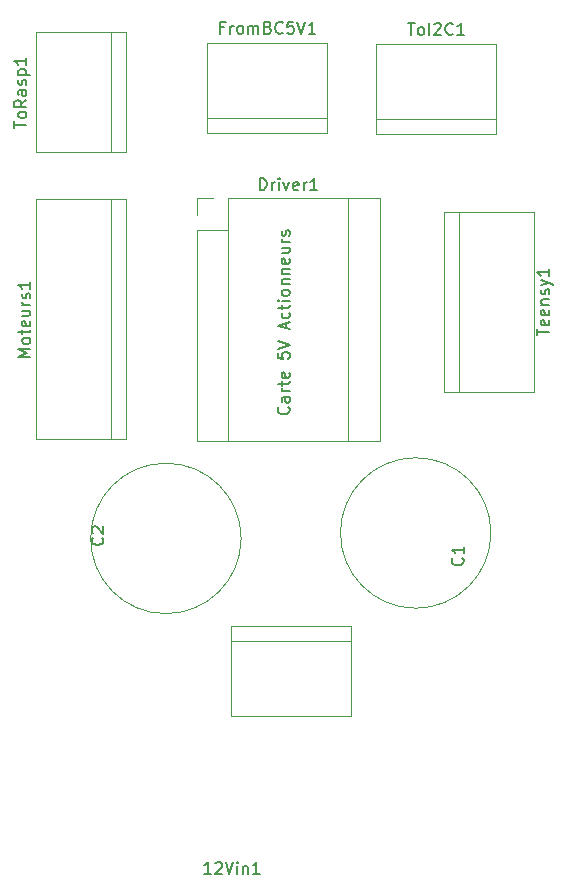
<source format=gbr>
%TF.GenerationSoftware,KiCad,Pcbnew,8.0.5*%
%TF.CreationDate,2025-02-26T19:01:25+01:00*%
%TF.ProjectId,carte 5V,63617274-6520-4355-962e-6b696361645f,rev?*%
%TF.SameCoordinates,Original*%
%TF.FileFunction,Legend,Top*%
%TF.FilePolarity,Positive*%
%FSLAX46Y46*%
G04 Gerber Fmt 4.6, Leading zero omitted, Abs format (unit mm)*
G04 Created by KiCad (PCBNEW 8.0.5) date 2025-02-26 19:01:25*
%MOMM*%
%LPD*%
G01*
G04 APERTURE LIST*
%ADD10C,0.150000*%
%ADD11C,0.120000*%
G04 APERTURE END LIST*
D10*
X175024580Y-86391792D02*
X175072200Y-86439411D01*
X175072200Y-86439411D02*
X175119819Y-86582268D01*
X175119819Y-86582268D02*
X175119819Y-86677506D01*
X175119819Y-86677506D02*
X175072200Y-86820363D01*
X175072200Y-86820363D02*
X174976961Y-86915601D01*
X174976961Y-86915601D02*
X174881723Y-86963220D01*
X174881723Y-86963220D02*
X174691247Y-87010839D01*
X174691247Y-87010839D02*
X174548390Y-87010839D01*
X174548390Y-87010839D02*
X174357914Y-86963220D01*
X174357914Y-86963220D02*
X174262676Y-86915601D01*
X174262676Y-86915601D02*
X174167438Y-86820363D01*
X174167438Y-86820363D02*
X174119819Y-86677506D01*
X174119819Y-86677506D02*
X174119819Y-86582268D01*
X174119819Y-86582268D02*
X174167438Y-86439411D01*
X174167438Y-86439411D02*
X174215057Y-86391792D01*
X175119819Y-85534649D02*
X174596009Y-85534649D01*
X174596009Y-85534649D02*
X174500771Y-85582268D01*
X174500771Y-85582268D02*
X174453152Y-85677506D01*
X174453152Y-85677506D02*
X174453152Y-85867982D01*
X174453152Y-85867982D02*
X174500771Y-85963220D01*
X175072200Y-85534649D02*
X175119819Y-85629887D01*
X175119819Y-85629887D02*
X175119819Y-85867982D01*
X175119819Y-85867982D02*
X175072200Y-85963220D01*
X175072200Y-85963220D02*
X174976961Y-86010839D01*
X174976961Y-86010839D02*
X174881723Y-86010839D01*
X174881723Y-86010839D02*
X174786485Y-85963220D01*
X174786485Y-85963220D02*
X174738866Y-85867982D01*
X174738866Y-85867982D02*
X174738866Y-85629887D01*
X174738866Y-85629887D02*
X174691247Y-85534649D01*
X175119819Y-85058458D02*
X174453152Y-85058458D01*
X174643628Y-85058458D02*
X174548390Y-85010839D01*
X174548390Y-85010839D02*
X174500771Y-84963220D01*
X174500771Y-84963220D02*
X174453152Y-84867982D01*
X174453152Y-84867982D02*
X174453152Y-84772744D01*
X174453152Y-84582267D02*
X174453152Y-84201315D01*
X174119819Y-84439410D02*
X174976961Y-84439410D01*
X174976961Y-84439410D02*
X175072200Y-84391791D01*
X175072200Y-84391791D02*
X175119819Y-84296553D01*
X175119819Y-84296553D02*
X175119819Y-84201315D01*
X175072200Y-83487029D02*
X175119819Y-83582267D01*
X175119819Y-83582267D02*
X175119819Y-83772743D01*
X175119819Y-83772743D02*
X175072200Y-83867981D01*
X175072200Y-83867981D02*
X174976961Y-83915600D01*
X174976961Y-83915600D02*
X174596009Y-83915600D01*
X174596009Y-83915600D02*
X174500771Y-83867981D01*
X174500771Y-83867981D02*
X174453152Y-83772743D01*
X174453152Y-83772743D02*
X174453152Y-83582267D01*
X174453152Y-83582267D02*
X174500771Y-83487029D01*
X174500771Y-83487029D02*
X174596009Y-83439410D01*
X174596009Y-83439410D02*
X174691247Y-83439410D01*
X174691247Y-83439410D02*
X174786485Y-83915600D01*
X174119819Y-81772743D02*
X174119819Y-82248933D01*
X174119819Y-82248933D02*
X174596009Y-82296552D01*
X174596009Y-82296552D02*
X174548390Y-82248933D01*
X174548390Y-82248933D02*
X174500771Y-82153695D01*
X174500771Y-82153695D02*
X174500771Y-81915600D01*
X174500771Y-81915600D02*
X174548390Y-81820362D01*
X174548390Y-81820362D02*
X174596009Y-81772743D01*
X174596009Y-81772743D02*
X174691247Y-81725124D01*
X174691247Y-81725124D02*
X174929342Y-81725124D01*
X174929342Y-81725124D02*
X175024580Y-81772743D01*
X175024580Y-81772743D02*
X175072200Y-81820362D01*
X175072200Y-81820362D02*
X175119819Y-81915600D01*
X175119819Y-81915600D02*
X175119819Y-82153695D01*
X175119819Y-82153695D02*
X175072200Y-82248933D01*
X175072200Y-82248933D02*
X175024580Y-82296552D01*
X174119819Y-81439409D02*
X175119819Y-81106076D01*
X175119819Y-81106076D02*
X174119819Y-80772743D01*
X174834104Y-79725123D02*
X174834104Y-79248933D01*
X175119819Y-79820361D02*
X174119819Y-79487028D01*
X174119819Y-79487028D02*
X175119819Y-79153695D01*
X175072200Y-78391790D02*
X175119819Y-78487028D01*
X175119819Y-78487028D02*
X175119819Y-78677504D01*
X175119819Y-78677504D02*
X175072200Y-78772742D01*
X175072200Y-78772742D02*
X175024580Y-78820361D01*
X175024580Y-78820361D02*
X174929342Y-78867980D01*
X174929342Y-78867980D02*
X174643628Y-78867980D01*
X174643628Y-78867980D02*
X174548390Y-78820361D01*
X174548390Y-78820361D02*
X174500771Y-78772742D01*
X174500771Y-78772742D02*
X174453152Y-78677504D01*
X174453152Y-78677504D02*
X174453152Y-78487028D01*
X174453152Y-78487028D02*
X174500771Y-78391790D01*
X174453152Y-78106075D02*
X174453152Y-77725123D01*
X174119819Y-77963218D02*
X174976961Y-77963218D01*
X174976961Y-77963218D02*
X175072200Y-77915599D01*
X175072200Y-77915599D02*
X175119819Y-77820361D01*
X175119819Y-77820361D02*
X175119819Y-77725123D01*
X175119819Y-77391789D02*
X174453152Y-77391789D01*
X174119819Y-77391789D02*
X174167438Y-77439408D01*
X174167438Y-77439408D02*
X174215057Y-77391789D01*
X174215057Y-77391789D02*
X174167438Y-77344170D01*
X174167438Y-77344170D02*
X174119819Y-77391789D01*
X174119819Y-77391789D02*
X174215057Y-77391789D01*
X175119819Y-76772742D02*
X175072200Y-76867980D01*
X175072200Y-76867980D02*
X175024580Y-76915599D01*
X175024580Y-76915599D02*
X174929342Y-76963218D01*
X174929342Y-76963218D02*
X174643628Y-76963218D01*
X174643628Y-76963218D02*
X174548390Y-76915599D01*
X174548390Y-76915599D02*
X174500771Y-76867980D01*
X174500771Y-76867980D02*
X174453152Y-76772742D01*
X174453152Y-76772742D02*
X174453152Y-76629885D01*
X174453152Y-76629885D02*
X174500771Y-76534647D01*
X174500771Y-76534647D02*
X174548390Y-76487028D01*
X174548390Y-76487028D02*
X174643628Y-76439409D01*
X174643628Y-76439409D02*
X174929342Y-76439409D01*
X174929342Y-76439409D02*
X175024580Y-76487028D01*
X175024580Y-76487028D02*
X175072200Y-76534647D01*
X175072200Y-76534647D02*
X175119819Y-76629885D01*
X175119819Y-76629885D02*
X175119819Y-76772742D01*
X174453152Y-76010837D02*
X175119819Y-76010837D01*
X174548390Y-76010837D02*
X174500771Y-75963218D01*
X174500771Y-75963218D02*
X174453152Y-75867980D01*
X174453152Y-75867980D02*
X174453152Y-75725123D01*
X174453152Y-75725123D02*
X174500771Y-75629885D01*
X174500771Y-75629885D02*
X174596009Y-75582266D01*
X174596009Y-75582266D02*
X175119819Y-75582266D01*
X174453152Y-75106075D02*
X175119819Y-75106075D01*
X174548390Y-75106075D02*
X174500771Y-75058456D01*
X174500771Y-75058456D02*
X174453152Y-74963218D01*
X174453152Y-74963218D02*
X174453152Y-74820361D01*
X174453152Y-74820361D02*
X174500771Y-74725123D01*
X174500771Y-74725123D02*
X174596009Y-74677504D01*
X174596009Y-74677504D02*
X175119819Y-74677504D01*
X175072200Y-73820361D02*
X175119819Y-73915599D01*
X175119819Y-73915599D02*
X175119819Y-74106075D01*
X175119819Y-74106075D02*
X175072200Y-74201313D01*
X175072200Y-74201313D02*
X174976961Y-74248932D01*
X174976961Y-74248932D02*
X174596009Y-74248932D01*
X174596009Y-74248932D02*
X174500771Y-74201313D01*
X174500771Y-74201313D02*
X174453152Y-74106075D01*
X174453152Y-74106075D02*
X174453152Y-73915599D01*
X174453152Y-73915599D02*
X174500771Y-73820361D01*
X174500771Y-73820361D02*
X174596009Y-73772742D01*
X174596009Y-73772742D02*
X174691247Y-73772742D01*
X174691247Y-73772742D02*
X174786485Y-74248932D01*
X174453152Y-72915599D02*
X175119819Y-72915599D01*
X174453152Y-73344170D02*
X174976961Y-73344170D01*
X174976961Y-73344170D02*
X175072200Y-73296551D01*
X175072200Y-73296551D02*
X175119819Y-73201313D01*
X175119819Y-73201313D02*
X175119819Y-73058456D01*
X175119819Y-73058456D02*
X175072200Y-72963218D01*
X175072200Y-72963218D02*
X175024580Y-72915599D01*
X175119819Y-72439408D02*
X174453152Y-72439408D01*
X174643628Y-72439408D02*
X174548390Y-72391789D01*
X174548390Y-72391789D02*
X174500771Y-72344170D01*
X174500771Y-72344170D02*
X174453152Y-72248932D01*
X174453152Y-72248932D02*
X174453152Y-72153694D01*
X175072200Y-71867979D02*
X175119819Y-71772741D01*
X175119819Y-71772741D02*
X175119819Y-71582265D01*
X175119819Y-71582265D02*
X175072200Y-71487027D01*
X175072200Y-71487027D02*
X174976961Y-71439408D01*
X174976961Y-71439408D02*
X174929342Y-71439408D01*
X174929342Y-71439408D02*
X174834104Y-71487027D01*
X174834104Y-71487027D02*
X174786485Y-71582265D01*
X174786485Y-71582265D02*
X174786485Y-71725122D01*
X174786485Y-71725122D02*
X174738866Y-71820360D01*
X174738866Y-71820360D02*
X174643628Y-71867979D01*
X174643628Y-71867979D02*
X174596009Y-71867979D01*
X174596009Y-71867979D02*
X174500771Y-71820360D01*
X174500771Y-71820360D02*
X174453152Y-71725122D01*
X174453152Y-71725122D02*
X174453152Y-71582265D01*
X174453152Y-71582265D02*
X174500771Y-71487027D01*
X185131429Y-53874819D02*
X185702857Y-53874819D01*
X185417143Y-54874819D02*
X185417143Y-53874819D01*
X186179048Y-54874819D02*
X186083810Y-54827200D01*
X186083810Y-54827200D02*
X186036191Y-54779580D01*
X186036191Y-54779580D02*
X185988572Y-54684342D01*
X185988572Y-54684342D02*
X185988572Y-54398628D01*
X185988572Y-54398628D02*
X186036191Y-54303390D01*
X186036191Y-54303390D02*
X186083810Y-54255771D01*
X186083810Y-54255771D02*
X186179048Y-54208152D01*
X186179048Y-54208152D02*
X186321905Y-54208152D01*
X186321905Y-54208152D02*
X186417143Y-54255771D01*
X186417143Y-54255771D02*
X186464762Y-54303390D01*
X186464762Y-54303390D02*
X186512381Y-54398628D01*
X186512381Y-54398628D02*
X186512381Y-54684342D01*
X186512381Y-54684342D02*
X186464762Y-54779580D01*
X186464762Y-54779580D02*
X186417143Y-54827200D01*
X186417143Y-54827200D02*
X186321905Y-54874819D01*
X186321905Y-54874819D02*
X186179048Y-54874819D01*
X186940953Y-54874819D02*
X186940953Y-53874819D01*
X187369524Y-53970057D02*
X187417143Y-53922438D01*
X187417143Y-53922438D02*
X187512381Y-53874819D01*
X187512381Y-53874819D02*
X187750476Y-53874819D01*
X187750476Y-53874819D02*
X187845714Y-53922438D01*
X187845714Y-53922438D02*
X187893333Y-53970057D01*
X187893333Y-53970057D02*
X187940952Y-54065295D01*
X187940952Y-54065295D02*
X187940952Y-54160533D01*
X187940952Y-54160533D02*
X187893333Y-54303390D01*
X187893333Y-54303390D02*
X187321905Y-54874819D01*
X187321905Y-54874819D02*
X187940952Y-54874819D01*
X188940952Y-54779580D02*
X188893333Y-54827200D01*
X188893333Y-54827200D02*
X188750476Y-54874819D01*
X188750476Y-54874819D02*
X188655238Y-54874819D01*
X188655238Y-54874819D02*
X188512381Y-54827200D01*
X188512381Y-54827200D02*
X188417143Y-54731961D01*
X188417143Y-54731961D02*
X188369524Y-54636723D01*
X188369524Y-54636723D02*
X188321905Y-54446247D01*
X188321905Y-54446247D02*
X188321905Y-54303390D01*
X188321905Y-54303390D02*
X188369524Y-54112914D01*
X188369524Y-54112914D02*
X188417143Y-54017676D01*
X188417143Y-54017676D02*
X188512381Y-53922438D01*
X188512381Y-53922438D02*
X188655238Y-53874819D01*
X188655238Y-53874819D02*
X188750476Y-53874819D01*
X188750476Y-53874819D02*
X188893333Y-53922438D01*
X188893333Y-53922438D02*
X188940952Y-53970057D01*
X189893333Y-54874819D02*
X189321905Y-54874819D01*
X189607619Y-54874819D02*
X189607619Y-53874819D01*
X189607619Y-53874819D02*
X189512381Y-54017676D01*
X189512381Y-54017676D02*
X189417143Y-54112914D01*
X189417143Y-54112914D02*
X189321905Y-54160533D01*
X151824819Y-62773809D02*
X151824819Y-62202381D01*
X152824819Y-62488095D02*
X151824819Y-62488095D01*
X152824819Y-61726190D02*
X152777200Y-61821428D01*
X152777200Y-61821428D02*
X152729580Y-61869047D01*
X152729580Y-61869047D02*
X152634342Y-61916666D01*
X152634342Y-61916666D02*
X152348628Y-61916666D01*
X152348628Y-61916666D02*
X152253390Y-61869047D01*
X152253390Y-61869047D02*
X152205771Y-61821428D01*
X152205771Y-61821428D02*
X152158152Y-61726190D01*
X152158152Y-61726190D02*
X152158152Y-61583333D01*
X152158152Y-61583333D02*
X152205771Y-61488095D01*
X152205771Y-61488095D02*
X152253390Y-61440476D01*
X152253390Y-61440476D02*
X152348628Y-61392857D01*
X152348628Y-61392857D02*
X152634342Y-61392857D01*
X152634342Y-61392857D02*
X152729580Y-61440476D01*
X152729580Y-61440476D02*
X152777200Y-61488095D01*
X152777200Y-61488095D02*
X152824819Y-61583333D01*
X152824819Y-61583333D02*
X152824819Y-61726190D01*
X152824819Y-60392857D02*
X152348628Y-60726190D01*
X152824819Y-60964285D02*
X151824819Y-60964285D01*
X151824819Y-60964285D02*
X151824819Y-60583333D01*
X151824819Y-60583333D02*
X151872438Y-60488095D01*
X151872438Y-60488095D02*
X151920057Y-60440476D01*
X151920057Y-60440476D02*
X152015295Y-60392857D01*
X152015295Y-60392857D02*
X152158152Y-60392857D01*
X152158152Y-60392857D02*
X152253390Y-60440476D01*
X152253390Y-60440476D02*
X152301009Y-60488095D01*
X152301009Y-60488095D02*
X152348628Y-60583333D01*
X152348628Y-60583333D02*
X152348628Y-60964285D01*
X152824819Y-59535714D02*
X152301009Y-59535714D01*
X152301009Y-59535714D02*
X152205771Y-59583333D01*
X152205771Y-59583333D02*
X152158152Y-59678571D01*
X152158152Y-59678571D02*
X152158152Y-59869047D01*
X152158152Y-59869047D02*
X152205771Y-59964285D01*
X152777200Y-59535714D02*
X152824819Y-59630952D01*
X152824819Y-59630952D02*
X152824819Y-59869047D01*
X152824819Y-59869047D02*
X152777200Y-59964285D01*
X152777200Y-59964285D02*
X152681961Y-60011904D01*
X152681961Y-60011904D02*
X152586723Y-60011904D01*
X152586723Y-60011904D02*
X152491485Y-59964285D01*
X152491485Y-59964285D02*
X152443866Y-59869047D01*
X152443866Y-59869047D02*
X152443866Y-59630952D01*
X152443866Y-59630952D02*
X152396247Y-59535714D01*
X152777200Y-59107142D02*
X152824819Y-59011904D01*
X152824819Y-59011904D02*
X152824819Y-58821428D01*
X152824819Y-58821428D02*
X152777200Y-58726190D01*
X152777200Y-58726190D02*
X152681961Y-58678571D01*
X152681961Y-58678571D02*
X152634342Y-58678571D01*
X152634342Y-58678571D02*
X152539104Y-58726190D01*
X152539104Y-58726190D02*
X152491485Y-58821428D01*
X152491485Y-58821428D02*
X152491485Y-58964285D01*
X152491485Y-58964285D02*
X152443866Y-59059523D01*
X152443866Y-59059523D02*
X152348628Y-59107142D01*
X152348628Y-59107142D02*
X152301009Y-59107142D01*
X152301009Y-59107142D02*
X152205771Y-59059523D01*
X152205771Y-59059523D02*
X152158152Y-58964285D01*
X152158152Y-58964285D02*
X152158152Y-58821428D01*
X152158152Y-58821428D02*
X152205771Y-58726190D01*
X152158152Y-58249999D02*
X153158152Y-58249999D01*
X152205771Y-58249999D02*
X152158152Y-58154761D01*
X152158152Y-58154761D02*
X152158152Y-57964285D01*
X152158152Y-57964285D02*
X152205771Y-57869047D01*
X152205771Y-57869047D02*
X152253390Y-57821428D01*
X152253390Y-57821428D02*
X152348628Y-57773809D01*
X152348628Y-57773809D02*
X152634342Y-57773809D01*
X152634342Y-57773809D02*
X152729580Y-57821428D01*
X152729580Y-57821428D02*
X152777200Y-57869047D01*
X152777200Y-57869047D02*
X152824819Y-57964285D01*
X152824819Y-57964285D02*
X152824819Y-58154761D01*
X152824819Y-58154761D02*
X152777200Y-58249999D01*
X152824819Y-56821428D02*
X152824819Y-57392856D01*
X152824819Y-57107142D02*
X151824819Y-57107142D01*
X151824819Y-57107142D02*
X151967676Y-57202380D01*
X151967676Y-57202380D02*
X152062914Y-57297618D01*
X152062914Y-57297618D02*
X152110533Y-57392856D01*
X196104819Y-80327142D02*
X196104819Y-79755714D01*
X197104819Y-80041428D02*
X196104819Y-80041428D01*
X197057200Y-79041428D02*
X197104819Y-79136666D01*
X197104819Y-79136666D02*
X197104819Y-79327142D01*
X197104819Y-79327142D02*
X197057200Y-79422380D01*
X197057200Y-79422380D02*
X196961961Y-79469999D01*
X196961961Y-79469999D02*
X196581009Y-79469999D01*
X196581009Y-79469999D02*
X196485771Y-79422380D01*
X196485771Y-79422380D02*
X196438152Y-79327142D01*
X196438152Y-79327142D02*
X196438152Y-79136666D01*
X196438152Y-79136666D02*
X196485771Y-79041428D01*
X196485771Y-79041428D02*
X196581009Y-78993809D01*
X196581009Y-78993809D02*
X196676247Y-78993809D01*
X196676247Y-78993809D02*
X196771485Y-79469999D01*
X197057200Y-78184285D02*
X197104819Y-78279523D01*
X197104819Y-78279523D02*
X197104819Y-78469999D01*
X197104819Y-78469999D02*
X197057200Y-78565237D01*
X197057200Y-78565237D02*
X196961961Y-78612856D01*
X196961961Y-78612856D02*
X196581009Y-78612856D01*
X196581009Y-78612856D02*
X196485771Y-78565237D01*
X196485771Y-78565237D02*
X196438152Y-78469999D01*
X196438152Y-78469999D02*
X196438152Y-78279523D01*
X196438152Y-78279523D02*
X196485771Y-78184285D01*
X196485771Y-78184285D02*
X196581009Y-78136666D01*
X196581009Y-78136666D02*
X196676247Y-78136666D01*
X196676247Y-78136666D02*
X196771485Y-78612856D01*
X196438152Y-77708094D02*
X197104819Y-77708094D01*
X196533390Y-77708094D02*
X196485771Y-77660475D01*
X196485771Y-77660475D02*
X196438152Y-77565237D01*
X196438152Y-77565237D02*
X196438152Y-77422380D01*
X196438152Y-77422380D02*
X196485771Y-77327142D01*
X196485771Y-77327142D02*
X196581009Y-77279523D01*
X196581009Y-77279523D02*
X197104819Y-77279523D01*
X197057200Y-76850951D02*
X197104819Y-76755713D01*
X197104819Y-76755713D02*
X197104819Y-76565237D01*
X197104819Y-76565237D02*
X197057200Y-76469999D01*
X197057200Y-76469999D02*
X196961961Y-76422380D01*
X196961961Y-76422380D02*
X196914342Y-76422380D01*
X196914342Y-76422380D02*
X196819104Y-76469999D01*
X196819104Y-76469999D02*
X196771485Y-76565237D01*
X196771485Y-76565237D02*
X196771485Y-76708094D01*
X196771485Y-76708094D02*
X196723866Y-76803332D01*
X196723866Y-76803332D02*
X196628628Y-76850951D01*
X196628628Y-76850951D02*
X196581009Y-76850951D01*
X196581009Y-76850951D02*
X196485771Y-76803332D01*
X196485771Y-76803332D02*
X196438152Y-76708094D01*
X196438152Y-76708094D02*
X196438152Y-76565237D01*
X196438152Y-76565237D02*
X196485771Y-76469999D01*
X196438152Y-76089046D02*
X197104819Y-75850951D01*
X196438152Y-75612856D02*
X197104819Y-75850951D01*
X197104819Y-75850951D02*
X197342914Y-75946189D01*
X197342914Y-75946189D02*
X197390533Y-75993808D01*
X197390533Y-75993808D02*
X197438152Y-76089046D01*
X197104819Y-74708094D02*
X197104819Y-75279522D01*
X197104819Y-74993808D02*
X196104819Y-74993808D01*
X196104819Y-74993808D02*
X196247676Y-75089046D01*
X196247676Y-75089046D02*
X196342914Y-75184284D01*
X196342914Y-75184284D02*
X196390533Y-75279522D01*
X153154819Y-82122857D02*
X152154819Y-82122857D01*
X152154819Y-82122857D02*
X152869104Y-81789524D01*
X152869104Y-81789524D02*
X152154819Y-81456191D01*
X152154819Y-81456191D02*
X153154819Y-81456191D01*
X153154819Y-80837143D02*
X153107200Y-80932381D01*
X153107200Y-80932381D02*
X153059580Y-80980000D01*
X153059580Y-80980000D02*
X152964342Y-81027619D01*
X152964342Y-81027619D02*
X152678628Y-81027619D01*
X152678628Y-81027619D02*
X152583390Y-80980000D01*
X152583390Y-80980000D02*
X152535771Y-80932381D01*
X152535771Y-80932381D02*
X152488152Y-80837143D01*
X152488152Y-80837143D02*
X152488152Y-80694286D01*
X152488152Y-80694286D02*
X152535771Y-80599048D01*
X152535771Y-80599048D02*
X152583390Y-80551429D01*
X152583390Y-80551429D02*
X152678628Y-80503810D01*
X152678628Y-80503810D02*
X152964342Y-80503810D01*
X152964342Y-80503810D02*
X153059580Y-80551429D01*
X153059580Y-80551429D02*
X153107200Y-80599048D01*
X153107200Y-80599048D02*
X153154819Y-80694286D01*
X153154819Y-80694286D02*
X153154819Y-80837143D01*
X152488152Y-80218095D02*
X152488152Y-79837143D01*
X152154819Y-80075238D02*
X153011961Y-80075238D01*
X153011961Y-80075238D02*
X153107200Y-80027619D01*
X153107200Y-80027619D02*
X153154819Y-79932381D01*
X153154819Y-79932381D02*
X153154819Y-79837143D01*
X153107200Y-79122857D02*
X153154819Y-79218095D01*
X153154819Y-79218095D02*
X153154819Y-79408571D01*
X153154819Y-79408571D02*
X153107200Y-79503809D01*
X153107200Y-79503809D02*
X153011961Y-79551428D01*
X153011961Y-79551428D02*
X152631009Y-79551428D01*
X152631009Y-79551428D02*
X152535771Y-79503809D01*
X152535771Y-79503809D02*
X152488152Y-79408571D01*
X152488152Y-79408571D02*
X152488152Y-79218095D01*
X152488152Y-79218095D02*
X152535771Y-79122857D01*
X152535771Y-79122857D02*
X152631009Y-79075238D01*
X152631009Y-79075238D02*
X152726247Y-79075238D01*
X152726247Y-79075238D02*
X152821485Y-79551428D01*
X152488152Y-78218095D02*
X153154819Y-78218095D01*
X152488152Y-78646666D02*
X153011961Y-78646666D01*
X153011961Y-78646666D02*
X153107200Y-78599047D01*
X153107200Y-78599047D02*
X153154819Y-78503809D01*
X153154819Y-78503809D02*
X153154819Y-78360952D01*
X153154819Y-78360952D02*
X153107200Y-78265714D01*
X153107200Y-78265714D02*
X153059580Y-78218095D01*
X153154819Y-77741904D02*
X152488152Y-77741904D01*
X152678628Y-77741904D02*
X152583390Y-77694285D01*
X152583390Y-77694285D02*
X152535771Y-77646666D01*
X152535771Y-77646666D02*
X152488152Y-77551428D01*
X152488152Y-77551428D02*
X152488152Y-77456190D01*
X153107200Y-77170475D02*
X153154819Y-77075237D01*
X153154819Y-77075237D02*
X153154819Y-76884761D01*
X153154819Y-76884761D02*
X153107200Y-76789523D01*
X153107200Y-76789523D02*
X153011961Y-76741904D01*
X153011961Y-76741904D02*
X152964342Y-76741904D01*
X152964342Y-76741904D02*
X152869104Y-76789523D01*
X152869104Y-76789523D02*
X152821485Y-76884761D01*
X152821485Y-76884761D02*
X152821485Y-77027618D01*
X152821485Y-77027618D02*
X152773866Y-77122856D01*
X152773866Y-77122856D02*
X152678628Y-77170475D01*
X152678628Y-77170475D02*
X152631009Y-77170475D01*
X152631009Y-77170475D02*
X152535771Y-77122856D01*
X152535771Y-77122856D02*
X152488152Y-77027618D01*
X152488152Y-77027618D02*
X152488152Y-76884761D01*
X152488152Y-76884761D02*
X152535771Y-76789523D01*
X153154819Y-75789523D02*
X153154819Y-76360951D01*
X153154819Y-76075237D02*
X152154819Y-76075237D01*
X152154819Y-76075237D02*
X152297676Y-76170475D01*
X152297676Y-76170475D02*
X152392914Y-76265713D01*
X152392914Y-76265713D02*
X152440533Y-76360951D01*
X169583333Y-54251009D02*
X169250000Y-54251009D01*
X169250000Y-54774819D02*
X169250000Y-53774819D01*
X169250000Y-53774819D02*
X169726190Y-53774819D01*
X170107143Y-54774819D02*
X170107143Y-54108152D01*
X170107143Y-54298628D02*
X170154762Y-54203390D01*
X170154762Y-54203390D02*
X170202381Y-54155771D01*
X170202381Y-54155771D02*
X170297619Y-54108152D01*
X170297619Y-54108152D02*
X170392857Y-54108152D01*
X170869048Y-54774819D02*
X170773810Y-54727200D01*
X170773810Y-54727200D02*
X170726191Y-54679580D01*
X170726191Y-54679580D02*
X170678572Y-54584342D01*
X170678572Y-54584342D02*
X170678572Y-54298628D01*
X170678572Y-54298628D02*
X170726191Y-54203390D01*
X170726191Y-54203390D02*
X170773810Y-54155771D01*
X170773810Y-54155771D02*
X170869048Y-54108152D01*
X170869048Y-54108152D02*
X171011905Y-54108152D01*
X171011905Y-54108152D02*
X171107143Y-54155771D01*
X171107143Y-54155771D02*
X171154762Y-54203390D01*
X171154762Y-54203390D02*
X171202381Y-54298628D01*
X171202381Y-54298628D02*
X171202381Y-54584342D01*
X171202381Y-54584342D02*
X171154762Y-54679580D01*
X171154762Y-54679580D02*
X171107143Y-54727200D01*
X171107143Y-54727200D02*
X171011905Y-54774819D01*
X171011905Y-54774819D02*
X170869048Y-54774819D01*
X171630953Y-54774819D02*
X171630953Y-54108152D01*
X171630953Y-54203390D02*
X171678572Y-54155771D01*
X171678572Y-54155771D02*
X171773810Y-54108152D01*
X171773810Y-54108152D02*
X171916667Y-54108152D01*
X171916667Y-54108152D02*
X172011905Y-54155771D01*
X172011905Y-54155771D02*
X172059524Y-54251009D01*
X172059524Y-54251009D02*
X172059524Y-54774819D01*
X172059524Y-54251009D02*
X172107143Y-54155771D01*
X172107143Y-54155771D02*
X172202381Y-54108152D01*
X172202381Y-54108152D02*
X172345238Y-54108152D01*
X172345238Y-54108152D02*
X172440477Y-54155771D01*
X172440477Y-54155771D02*
X172488096Y-54251009D01*
X172488096Y-54251009D02*
X172488096Y-54774819D01*
X173297619Y-54251009D02*
X173440476Y-54298628D01*
X173440476Y-54298628D02*
X173488095Y-54346247D01*
X173488095Y-54346247D02*
X173535714Y-54441485D01*
X173535714Y-54441485D02*
X173535714Y-54584342D01*
X173535714Y-54584342D02*
X173488095Y-54679580D01*
X173488095Y-54679580D02*
X173440476Y-54727200D01*
X173440476Y-54727200D02*
X173345238Y-54774819D01*
X173345238Y-54774819D02*
X172964286Y-54774819D01*
X172964286Y-54774819D02*
X172964286Y-53774819D01*
X172964286Y-53774819D02*
X173297619Y-53774819D01*
X173297619Y-53774819D02*
X173392857Y-53822438D01*
X173392857Y-53822438D02*
X173440476Y-53870057D01*
X173440476Y-53870057D02*
X173488095Y-53965295D01*
X173488095Y-53965295D02*
X173488095Y-54060533D01*
X173488095Y-54060533D02*
X173440476Y-54155771D01*
X173440476Y-54155771D02*
X173392857Y-54203390D01*
X173392857Y-54203390D02*
X173297619Y-54251009D01*
X173297619Y-54251009D02*
X172964286Y-54251009D01*
X174535714Y-54679580D02*
X174488095Y-54727200D01*
X174488095Y-54727200D02*
X174345238Y-54774819D01*
X174345238Y-54774819D02*
X174250000Y-54774819D01*
X174250000Y-54774819D02*
X174107143Y-54727200D01*
X174107143Y-54727200D02*
X174011905Y-54631961D01*
X174011905Y-54631961D02*
X173964286Y-54536723D01*
X173964286Y-54536723D02*
X173916667Y-54346247D01*
X173916667Y-54346247D02*
X173916667Y-54203390D01*
X173916667Y-54203390D02*
X173964286Y-54012914D01*
X173964286Y-54012914D02*
X174011905Y-53917676D01*
X174011905Y-53917676D02*
X174107143Y-53822438D01*
X174107143Y-53822438D02*
X174250000Y-53774819D01*
X174250000Y-53774819D02*
X174345238Y-53774819D01*
X174345238Y-53774819D02*
X174488095Y-53822438D01*
X174488095Y-53822438D02*
X174535714Y-53870057D01*
X175440476Y-53774819D02*
X174964286Y-53774819D01*
X174964286Y-53774819D02*
X174916667Y-54251009D01*
X174916667Y-54251009D02*
X174964286Y-54203390D01*
X174964286Y-54203390D02*
X175059524Y-54155771D01*
X175059524Y-54155771D02*
X175297619Y-54155771D01*
X175297619Y-54155771D02*
X175392857Y-54203390D01*
X175392857Y-54203390D02*
X175440476Y-54251009D01*
X175440476Y-54251009D02*
X175488095Y-54346247D01*
X175488095Y-54346247D02*
X175488095Y-54584342D01*
X175488095Y-54584342D02*
X175440476Y-54679580D01*
X175440476Y-54679580D02*
X175392857Y-54727200D01*
X175392857Y-54727200D02*
X175297619Y-54774819D01*
X175297619Y-54774819D02*
X175059524Y-54774819D01*
X175059524Y-54774819D02*
X174964286Y-54727200D01*
X174964286Y-54727200D02*
X174916667Y-54679580D01*
X175773810Y-53774819D02*
X176107143Y-54774819D01*
X176107143Y-54774819D02*
X176440476Y-53774819D01*
X177297619Y-54774819D02*
X176726191Y-54774819D01*
X177011905Y-54774819D02*
X177011905Y-53774819D01*
X177011905Y-53774819D02*
X176916667Y-53917676D01*
X176916667Y-53917676D02*
X176821429Y-54012914D01*
X176821429Y-54012914D02*
X176726191Y-54060533D01*
X172605238Y-68024819D02*
X172605238Y-67024819D01*
X172605238Y-67024819D02*
X172843333Y-67024819D01*
X172843333Y-67024819D02*
X172986190Y-67072438D01*
X172986190Y-67072438D02*
X173081428Y-67167676D01*
X173081428Y-67167676D02*
X173129047Y-67262914D01*
X173129047Y-67262914D02*
X173176666Y-67453390D01*
X173176666Y-67453390D02*
X173176666Y-67596247D01*
X173176666Y-67596247D02*
X173129047Y-67786723D01*
X173129047Y-67786723D02*
X173081428Y-67881961D01*
X173081428Y-67881961D02*
X172986190Y-67977200D01*
X172986190Y-67977200D02*
X172843333Y-68024819D01*
X172843333Y-68024819D02*
X172605238Y-68024819D01*
X173605238Y-68024819D02*
X173605238Y-67358152D01*
X173605238Y-67548628D02*
X173652857Y-67453390D01*
X173652857Y-67453390D02*
X173700476Y-67405771D01*
X173700476Y-67405771D02*
X173795714Y-67358152D01*
X173795714Y-67358152D02*
X173890952Y-67358152D01*
X174224286Y-68024819D02*
X174224286Y-67358152D01*
X174224286Y-67024819D02*
X174176667Y-67072438D01*
X174176667Y-67072438D02*
X174224286Y-67120057D01*
X174224286Y-67120057D02*
X174271905Y-67072438D01*
X174271905Y-67072438D02*
X174224286Y-67024819D01*
X174224286Y-67024819D02*
X174224286Y-67120057D01*
X174605238Y-67358152D02*
X174843333Y-68024819D01*
X174843333Y-68024819D02*
X175081428Y-67358152D01*
X175843333Y-67977200D02*
X175748095Y-68024819D01*
X175748095Y-68024819D02*
X175557619Y-68024819D01*
X175557619Y-68024819D02*
X175462381Y-67977200D01*
X175462381Y-67977200D02*
X175414762Y-67881961D01*
X175414762Y-67881961D02*
X175414762Y-67501009D01*
X175414762Y-67501009D02*
X175462381Y-67405771D01*
X175462381Y-67405771D02*
X175557619Y-67358152D01*
X175557619Y-67358152D02*
X175748095Y-67358152D01*
X175748095Y-67358152D02*
X175843333Y-67405771D01*
X175843333Y-67405771D02*
X175890952Y-67501009D01*
X175890952Y-67501009D02*
X175890952Y-67596247D01*
X175890952Y-67596247D02*
X175414762Y-67691485D01*
X176319524Y-68024819D02*
X176319524Y-67358152D01*
X176319524Y-67548628D02*
X176367143Y-67453390D01*
X176367143Y-67453390D02*
X176414762Y-67405771D01*
X176414762Y-67405771D02*
X176510000Y-67358152D01*
X176510000Y-67358152D02*
X176605238Y-67358152D01*
X177462381Y-68024819D02*
X176890953Y-68024819D01*
X177176667Y-68024819D02*
X177176667Y-67024819D01*
X177176667Y-67024819D02*
X177081429Y-67167676D01*
X177081429Y-67167676D02*
X176986191Y-67262914D01*
X176986191Y-67262914D02*
X176890953Y-67310533D01*
X159259580Y-97446666D02*
X159307200Y-97494285D01*
X159307200Y-97494285D02*
X159354819Y-97637142D01*
X159354819Y-97637142D02*
X159354819Y-97732380D01*
X159354819Y-97732380D02*
X159307200Y-97875237D01*
X159307200Y-97875237D02*
X159211961Y-97970475D01*
X159211961Y-97970475D02*
X159116723Y-98018094D01*
X159116723Y-98018094D02*
X158926247Y-98065713D01*
X158926247Y-98065713D02*
X158783390Y-98065713D01*
X158783390Y-98065713D02*
X158592914Y-98018094D01*
X158592914Y-98018094D02*
X158497676Y-97970475D01*
X158497676Y-97970475D02*
X158402438Y-97875237D01*
X158402438Y-97875237D02*
X158354819Y-97732380D01*
X158354819Y-97732380D02*
X158354819Y-97637142D01*
X158354819Y-97637142D02*
X158402438Y-97494285D01*
X158402438Y-97494285D02*
X158450057Y-97446666D01*
X158450057Y-97065713D02*
X158402438Y-97018094D01*
X158402438Y-97018094D02*
X158354819Y-96922856D01*
X158354819Y-96922856D02*
X158354819Y-96684761D01*
X158354819Y-96684761D02*
X158402438Y-96589523D01*
X158402438Y-96589523D02*
X158450057Y-96541904D01*
X158450057Y-96541904D02*
X158545295Y-96494285D01*
X158545295Y-96494285D02*
X158640533Y-96494285D01*
X158640533Y-96494285D02*
X158783390Y-96541904D01*
X158783390Y-96541904D02*
X159354819Y-97113332D01*
X159354819Y-97113332D02*
X159354819Y-96494285D01*
X189759580Y-99166666D02*
X189807200Y-99214285D01*
X189807200Y-99214285D02*
X189854819Y-99357142D01*
X189854819Y-99357142D02*
X189854819Y-99452380D01*
X189854819Y-99452380D02*
X189807200Y-99595237D01*
X189807200Y-99595237D02*
X189711961Y-99690475D01*
X189711961Y-99690475D02*
X189616723Y-99738094D01*
X189616723Y-99738094D02*
X189426247Y-99785713D01*
X189426247Y-99785713D02*
X189283390Y-99785713D01*
X189283390Y-99785713D02*
X189092914Y-99738094D01*
X189092914Y-99738094D02*
X188997676Y-99690475D01*
X188997676Y-99690475D02*
X188902438Y-99595237D01*
X188902438Y-99595237D02*
X188854819Y-99452380D01*
X188854819Y-99452380D02*
X188854819Y-99357142D01*
X188854819Y-99357142D02*
X188902438Y-99214285D01*
X188902438Y-99214285D02*
X188950057Y-99166666D01*
X189854819Y-98214285D02*
X189854819Y-98785713D01*
X189854819Y-98499999D02*
X188854819Y-98499999D01*
X188854819Y-98499999D02*
X188997676Y-98595237D01*
X188997676Y-98595237D02*
X189092914Y-98690475D01*
X189092914Y-98690475D02*
X189140533Y-98785713D01*
X168464285Y-125904819D02*
X167892857Y-125904819D01*
X168178571Y-125904819D02*
X168178571Y-124904819D01*
X168178571Y-124904819D02*
X168083333Y-125047676D01*
X168083333Y-125047676D02*
X167988095Y-125142914D01*
X167988095Y-125142914D02*
X167892857Y-125190533D01*
X168845238Y-125000057D02*
X168892857Y-124952438D01*
X168892857Y-124952438D02*
X168988095Y-124904819D01*
X168988095Y-124904819D02*
X169226190Y-124904819D01*
X169226190Y-124904819D02*
X169321428Y-124952438D01*
X169321428Y-124952438D02*
X169369047Y-125000057D01*
X169369047Y-125000057D02*
X169416666Y-125095295D01*
X169416666Y-125095295D02*
X169416666Y-125190533D01*
X169416666Y-125190533D02*
X169369047Y-125333390D01*
X169369047Y-125333390D02*
X168797619Y-125904819D01*
X168797619Y-125904819D02*
X169416666Y-125904819D01*
X169702381Y-124904819D02*
X170035714Y-125904819D01*
X170035714Y-125904819D02*
X170369047Y-124904819D01*
X170702381Y-125904819D02*
X170702381Y-125238152D01*
X170702381Y-124904819D02*
X170654762Y-124952438D01*
X170654762Y-124952438D02*
X170702381Y-125000057D01*
X170702381Y-125000057D02*
X170750000Y-124952438D01*
X170750000Y-124952438D02*
X170702381Y-124904819D01*
X170702381Y-124904819D02*
X170702381Y-125000057D01*
X171178571Y-125238152D02*
X171178571Y-125904819D01*
X171178571Y-125333390D02*
X171226190Y-125285771D01*
X171226190Y-125285771D02*
X171321428Y-125238152D01*
X171321428Y-125238152D02*
X171464285Y-125238152D01*
X171464285Y-125238152D02*
X171559523Y-125285771D01*
X171559523Y-125285771D02*
X171607142Y-125381009D01*
X171607142Y-125381009D02*
X171607142Y-125904819D01*
X172607142Y-125904819D02*
X172035714Y-125904819D01*
X172321428Y-125904819D02*
X172321428Y-124904819D01*
X172321428Y-124904819D02*
X172226190Y-125047676D01*
X172226190Y-125047676D02*
X172130952Y-125142914D01*
X172130952Y-125142914D02*
X172035714Y-125190533D01*
D11*
%TO.C,ToI2C1*%
X182480000Y-55690000D02*
X182480000Y-63310000D01*
X182480000Y-63310000D02*
X192640000Y-63310000D01*
X192640000Y-55690000D02*
X182480000Y-55690000D01*
X192640000Y-62040000D02*
X182480000Y-62040000D01*
X192640000Y-63310000D02*
X192640000Y-55690000D01*
%TO.C,ToRasp1*%
X153640000Y-64830000D02*
X161260000Y-64830000D01*
X161260000Y-64830000D02*
X161260000Y-54670000D01*
X153640000Y-54670000D02*
X153640000Y-64830000D01*
X159990000Y-54670000D02*
X159990000Y-64830000D01*
X161260000Y-54670000D02*
X153640000Y-54670000D01*
%TO.C,Teensy1*%
X188190000Y-85120000D02*
X195810000Y-85120000D01*
X188190000Y-69880000D02*
X188190000Y-85120000D01*
X188190000Y-69880000D02*
X195810000Y-69880000D01*
X189460000Y-69880000D02*
X189460000Y-85120000D01*
X195810000Y-69880000D02*
X195810000Y-85120000D01*
%TO.C,Moteurs1*%
X161310000Y-68800000D02*
X153690000Y-68800000D01*
X160040000Y-68800000D02*
X160040000Y-89120000D01*
X161310000Y-89120000D02*
X161310000Y-68800000D01*
X153690000Y-89120000D02*
X153690000Y-68800000D01*
X153690000Y-89120000D02*
X161310000Y-89120000D01*
%TO.C,FromBC5V1*%
X168170000Y-55590000D02*
X168170000Y-63210000D01*
X168170000Y-63210000D02*
X178330000Y-63210000D01*
X178330000Y-55590000D02*
X168170000Y-55590000D01*
X178330000Y-61940000D02*
X168170000Y-61940000D01*
X178330000Y-63210000D02*
X178330000Y-55590000D01*
%TO.C,Driver1*%
X182760000Y-89290000D02*
X182760000Y-68710000D01*
X182760000Y-68710000D02*
X169930000Y-68710000D01*
X180090000Y-68710000D02*
X180090000Y-89290000D01*
X169930000Y-71380000D02*
X169930000Y-89290000D01*
X169930000Y-71380000D02*
X167260000Y-71380000D01*
X169930000Y-68710000D02*
X169930000Y-71380000D01*
X168660000Y-68710000D02*
X167260000Y-68710000D01*
X167260000Y-89290000D02*
X182760000Y-89290000D01*
X167260000Y-71380000D02*
X167260000Y-89290000D01*
X167260000Y-68710000D02*
X167260000Y-70110000D01*
%TO.C,C2*%
X192170000Y-97050000D02*
G75*
G02*
X179430000Y-97050000I-6370000J0D01*
G01*
X179430000Y-97050000D02*
G75*
G02*
X192170000Y-97050000I6370000J0D01*
G01*
%TO.C,C1*%
X171020000Y-97510000D02*
G75*
G02*
X158280000Y-97510000I-6370000J0D01*
G01*
X158280000Y-97510000D02*
G75*
G02*
X171020000Y-97510000I6370000J0D01*
G01*
%TO.C,12Vin1*%
X170170000Y-104940000D02*
X170170000Y-112560000D01*
X170170000Y-106210000D02*
X180330000Y-106210000D01*
X170170000Y-112560000D02*
X180330000Y-112560000D01*
X180330000Y-104940000D02*
X170170000Y-104940000D01*
X180330000Y-112560000D02*
X180330000Y-104940000D01*
%TD*%
M02*

</source>
